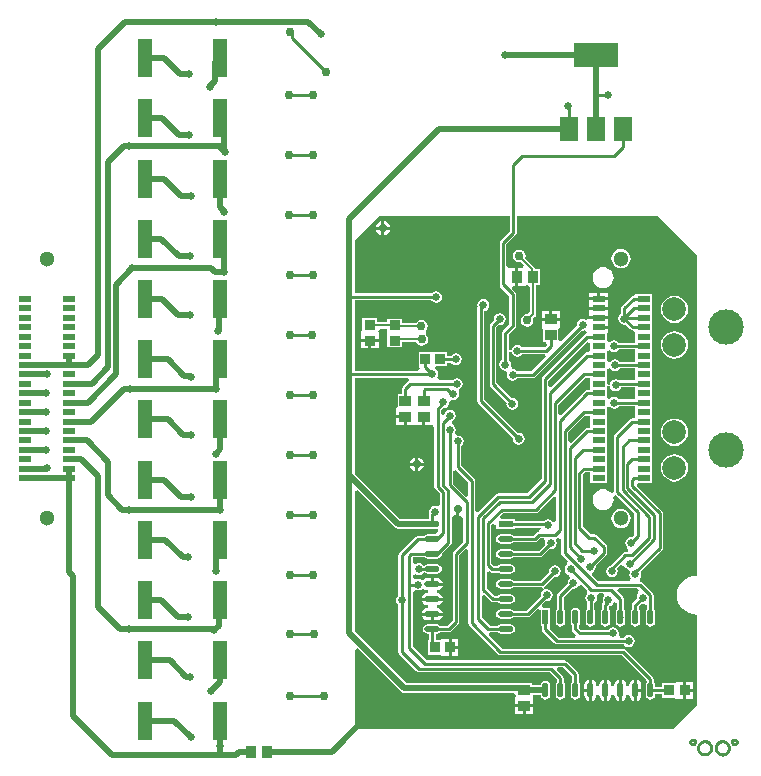
<source format=gbl>
%FSLAX23Y23*%
%MOIN*%
%SFA1B1*%

%IPPOS*%
%ADD15C,0.010000*%
%ADD18R,0.033470X0.037400*%
%ADD19R,0.037400X0.033470*%
%ADD21R,0.035430X0.039370*%
%ADD22R,0.039370X0.035430*%
%ADD43C,0.008000*%
%ADD44C,0.019680*%
%ADD45C,0.051180*%
%ADD46C,0.078740*%
%ADD47C,0.118110*%
%ADD48C,0.027560*%
%ADD49C,0.026810*%
%ADD50C,0.030000*%
%ADD51R,0.043310X0.019680*%
%ADD52R,0.149610X0.078740*%
%ADD53R,0.059060X0.078740*%
%ADD54O,0.019680X0.051180*%
%ADD55R,0.019680X0.051180*%
%ADD56O,0.051180X0.019680*%
%ADD57R,0.051180X0.019680*%
%ADD58R,0.049000X0.125000*%
%ADD59C,0.020000*%
%LNbms-1*%
%LPD*%
G36*
X2362Y1724D02*
Y655D01*
X2349Y654*
X2337Y650*
X2325Y644*
X2315Y636*
X2307Y626*
X2301Y615*
X2298Y603*
X2296Y590*
X2298Y577*
X2301Y565*
X2307Y554*
X2315Y544*
X2325Y536*
X2337Y530*
X2349Y526*
X2362Y525*
Y223*
X2284Y145*
X1223*
Y409*
X1232Y413*
X1377Y269*
X1382Y265*
X1388Y264*
X1754*
X1759Y254*
X1757Y250*
Y243*
Y227*
X1817*
Y243*
Y250*
X1818Y259*
X1842*
Y257*
X1843Y251*
X1846Y246*
X1852Y243*
X1858Y241*
X1864Y243*
X1869Y246*
X1873Y251*
X1874Y257*
Y289*
X1873Y295*
X1869Y300*
X1864Y304*
X1858Y305*
X1852Y304*
X1846Y300*
X1843Y295*
X1842Y291*
X1813*
Y299*
X1761*
Y296*
X1395*
X1223Y468*
Y936*
X1232Y940*
X1356Y816*
X1361Y813*
X1367Y811*
X1497*
X1499Y810*
X1499Y803*
X1499Y802*
X1491Y794*
X1465*
X1459Y792*
X1454Y789*
X1454Y789*
X1433*
X1429Y788*
X1426Y785*
X1371Y731*
X1369Y728*
X1368Y723*
Y589*
X1365Y587*
X1361Y581*
X1360Y573*
X1361Y566*
X1365Y559*
X1368Y557*
Y402*
X1369Y398*
X1371Y394*
X1428Y337*
X1432Y335*
X1436Y334*
X1871*
X1895Y310*
X1896Y300*
X1893Y295*
X1892Y289*
Y257*
X1893Y251*
X1896Y246*
X1902Y243*
X1908Y241*
X1914Y243*
X1919Y246*
X1923Y251*
X1924Y257*
Y289*
X1923Y295*
X1919Y300*
X1919Y301*
Y313*
X1918Y317*
X1916Y321*
X1895Y341*
X1899Y350*
X1918*
X1947Y322*
Y301*
X1946Y300*
X1943Y295*
X1942Y289*
Y257*
X1943Y251*
X1946Y246*
X1952Y243*
X1958Y241*
X1964Y243*
X1969Y246*
X1973Y251*
X1974Y257*
Y289*
X1973Y295*
X1969Y300*
X1969Y301*
Y326*
X1968Y330*
X1966Y334*
X1931Y369*
X1927Y372*
X1923Y373*
X1462*
X1415Y419*
Y602*
X1425Y608*
X1426Y607*
X1433Y606*
X1441Y607*
X1442Y608*
X1451Y613*
X1457Y609*
X1465Y607*
Y598*
X1457Y596*
X1451Y592*
X1446Y585*
X1446Y582*
X1481*
X1516*
X1515Y585*
X1511Y592*
X1504Y596*
X1497Y598*
Y607*
X1504Y609*
X1511Y613*
X1515Y620*
X1516Y622*
X1481*
Y627*
X1476*
Y648*
X1465*
X1457Y646*
X1451Y642*
X1441Y644*
X1433Y645*
X1426Y644*
X1425Y643*
X1417Y648*
X1416Y656*
X1416Y658*
X1425Y662*
X1429Y659*
X1436Y658*
X1444Y659*
X1450Y663*
X1454Y666*
X1459Y663*
X1465Y661*
X1497*
X1503Y663*
X1508Y666*
X1512Y671*
X1513Y677*
X1512Y684*
X1508Y689*
X1503Y692*
X1497Y694*
X1465*
X1459Y692*
X1454Y689*
X1450Y691*
X1444Y696*
X1436Y697*
X1429Y696*
X1425Y693*
X1416Y697*
X1415Y698*
Y716*
X1454*
X1454Y716*
X1459Y713*
X1465Y711*
X1497*
X1503Y713*
X1508Y716*
X1512Y721*
X1513Y727*
X1513Y728*
X1541Y756*
X1544Y760*
X1545Y764*
Y851*
X1555Y857*
X1557Y855*
X1561Y855*
Y878*
X1571*
Y855*
X1574Y855*
X1576Y855*
X1584Y849*
Y769*
X1552Y737*
X1550Y733*
X1549Y729*
Y506*
X1531Y489*
X1508*
X1508Y489*
X1503Y492*
X1497Y494*
X1465*
X1459Y492*
X1454Y489*
X1450Y484*
X1449Y477*
X1450Y471*
X1454Y466*
X1459Y463*
X1465Y461*
X1470*
Y441*
X1466*
Y391*
X1505*
X1513Y387*
X1520*
X1535*
Y416*
Y445*
X1520*
X1513*
X1505Y441*
X1492*
Y461*
X1497*
X1503Y463*
X1508Y466*
X1508Y466*
X1536*
X1540Y467*
X1544Y470*
X1568Y493*
X1570Y497*
X1571Y501*
Y724*
X1592Y745*
X1601Y741*
Y497*
X1602Y492*
X1605Y489*
X1700Y393*
X1704Y391*
X1708Y390*
X2112*
X2193Y309*
X2196Y300*
X2193Y295*
X2192Y289*
Y257*
X2193Y251*
X2196Y246*
X2202Y243*
X2208Y241*
X2214Y243*
X2219Y246*
X2223Y251*
X2224Y257*
Y262*
X2248*
Y248*
X2287*
X2296Y244*
X2302*
X2317*
Y273*
Y302*
X2302*
X2296*
X2287Y298*
X2248*
Y284*
X2224*
Y289*
X2223Y295*
X2219Y300*
X2219Y301*
Y310*
X2218Y314*
X2216Y318*
X2125Y409*
X2121Y411*
X2117Y412*
X2117*
X1713*
X1669Y456*
X1673Y466*
X1698*
X1698Y466*
X1703Y463*
X1709Y461*
X1741*
X1747Y463*
X1752Y466*
X1756Y471*
X1757Y477*
X1756Y484*
X1752Y489*
X1747Y492*
X1741Y494*
X1709*
X1703Y492*
X1698Y489*
X1698Y489*
X1672*
X1645Y516*
Y587*
X1654Y591*
X1675Y570*
X1679Y567*
X1683Y566*
X1698*
X1698Y566*
X1703Y563*
X1709Y561*
X1741*
X1747Y563*
X1752Y566*
X1756Y571*
X1757Y577*
X1756Y584*
X1752Y589*
X1747Y592*
X1741Y594*
X1709*
X1703Y592*
X1698Y589*
X1698Y589*
X1688*
X1662Y614*
Y666*
X1672Y670*
X1673Y669*
X1676Y666*
X1681Y665*
X1699*
X1703Y663*
X1709Y661*
X1741*
X1747Y663*
X1752Y666*
X1756Y671*
X1757Y677*
X1756Y684*
X1752Y689*
X1747Y692*
X1741Y694*
X1709*
X1703Y692*
X1698Y689*
X1697Y688*
X1685*
X1678Y695*
Y824*
X1683Y828*
X1693Y823*
Y812*
X1756*
Y814*
X1841*
X1842Y813*
X1838Y805*
X1836Y803*
X1833Y802*
X1829Y800*
X1818Y789*
X1752*
X1752Y789*
X1747Y792*
X1741Y794*
X1709*
X1703Y792*
X1698Y789*
X1694Y784*
X1693Y777*
X1694Y771*
X1698Y766*
X1703Y763*
X1709Y761*
X1741*
X1747Y763*
X1752Y766*
X1752Y766*
X1823*
X1827Y767*
X1831Y770*
X1842Y781*
X1852*
X1858Y771*
X1857Y770*
X1856Y763*
X1856Y759*
X1836Y739*
X1752*
X1752Y739*
X1747Y742*
X1741Y744*
X1709*
X1703Y742*
X1698Y739*
X1694Y734*
X1693Y727*
X1694Y721*
X1698Y716*
X1703Y713*
X1709Y711*
X1741*
X1747Y713*
X1752Y716*
X1752Y716*
X1840*
X1845Y717*
X1848Y720*
X1872Y743*
X1875Y743*
X1883Y744*
X1889Y749*
X1894Y755*
X1895Y763*
X1894Y770*
X1894Y770*
X1896Y780*
X1901Y782*
X1911Y776*
Y732*
X1911Y727*
X1914Y724*
X1933Y704*
X1931Y693*
X1928Y691*
X1923Y684*
X1922Y677*
X1923Y669*
X1928Y663*
X1934Y658*
X1938Y658*
X1940Y647*
X1937Y645*
X1933Y639*
X1932Y631*
X1932Y628*
X1900Y596*
X1897Y592*
X1897Y588*
Y545*
X1896Y544*
X1893Y539*
X1892Y533*
Y501*
X1893Y495*
X1896Y490*
X1902Y487*
X1908Y485*
X1914Y487*
X1919Y490*
X1923Y495*
X1924Y501*
Y533*
X1923Y539*
X1919Y544*
X1919Y545*
Y583*
X1948Y612*
X1951Y612*
X1959Y613*
X1965Y617*
X1968Y621*
X1979Y623*
X1996Y606*
X1996Y594*
X1992Y588*
X1991Y580*
X1992Y573*
X1996Y566*
X1998Y565*
Y545*
X1996Y544*
X1993Y539*
X1992Y533*
Y501*
X1993Y495*
X1996Y490*
X2002Y487*
X2008Y485*
X2014Y487*
X2019Y490*
X2023Y495*
X2024Y501*
Y533*
X2023Y539*
X2020Y543*
Y564*
X2024Y566*
X2029Y573*
X2030Y580*
X2029Y587*
X2030Y589*
X2035Y597*
X2050*
X2053Y590*
X2054Y587*
X2050Y581*
X2049Y573*
X2050Y566*
X2050Y566*
X2047Y562*
X2047Y558*
Y545*
X2046Y544*
X2043Y539*
X2042Y533*
Y501*
X2043Y495*
X2046Y490*
X2052Y487*
X2058Y485*
X2064Y487*
X2069Y490*
X2073Y495*
X2074Y501*
Y533*
X2073Y539*
X2069Y544*
X2071Y554*
X2076Y555*
X2082Y559*
X2087Y566*
X2097Y564*
Y545*
X2096Y544*
X2093Y539*
X2092Y533*
Y501*
X2093Y495*
X2096Y490*
X2102Y487*
X2108Y485*
X2114Y487*
X2119Y490*
X2123Y495*
X2124Y501*
Y533*
X2123Y539*
X2119Y544*
X2119Y545*
Y578*
X2118Y583*
X2116Y586*
X2098Y604*
X2102Y613*
X2164*
X2169Y607*
X2168Y596*
X2163Y590*
X2162Y582*
X2163Y578*
X2151Y566*
X2148Y562*
X2147Y558*
Y545*
X2146Y544*
X2143Y539*
X2142Y533*
Y501*
X2143Y495*
X2146Y490*
X2152Y487*
X2158Y485*
X2164Y487*
X2169Y490*
X2173Y495*
X2174Y501*
Y533*
X2173Y539*
X2170Y544*
Y553*
X2179Y563*
X2182Y562*
X2187Y563*
X2194Y559*
X2197Y557*
Y545*
X2196Y544*
X2193Y539*
X2192Y533*
Y501*
X2193Y495*
X2196Y490*
X2202Y487*
X2208Y485*
X2214Y487*
X2219Y490*
X2223Y495*
X2224Y501*
Y533*
X2223Y539*
X2219Y544*
X2219Y545*
Y591*
X2218Y595*
X2216Y598*
X2182Y632*
X2178Y635*
X2174Y636*
X2173Y637*
X2172Y646*
X2172Y646*
X2176Y652*
X2178Y660*
X2176Y668*
X2176Y669*
X2247Y740*
X2249Y743*
X2250Y748*
Y864*
X2249Y868*
X2247Y872*
X2164Y954*
X2168Y964*
X2212*
Y995*
Y1027*
Y1058*
Y1090*
Y1121*
Y1153*
Y1184*
Y1216*
Y1247*
Y1279*
Y1310*
Y1342*
Y1373*
Y1405*
Y1436*
Y1468*
Y1499*
Y1531*
Y1562*
Y1594*
X2157*
X2149Y1589*
X2148Y1589*
X2145Y1586*
X2113Y1554*
X2110Y1550*
X2109Y1546*
Y1528*
X2107Y1526*
X2102Y1520*
X2101Y1512*
X2102Y1505*
X2107Y1498*
X2113Y1494*
X2121Y1492*
X2124Y1493*
X2141Y1476*
X2145Y1473*
X2149Y1473*
X2157Y1467*
Y1432*
X2103*
X2101Y1435*
X2095Y1439*
X2087Y1441*
X2080Y1439*
X2073Y1435*
X2073Y1434*
X2063Y1436*
X2063Y1437*
Y1464*
X2067*
Y1479*
X2035*
Y1489*
X2067*
Y1495*
Y1510*
X1998*
X1993Y1508*
X1990Y1510*
X1983Y1511*
X1975Y1510*
X1969Y1506*
X1964Y1499*
X1963Y1492*
X1964Y1488*
X1911Y1436*
X1901Y1440*
Y1474*
X1905Y1483*
Y1489*
Y1505*
X1875*
X1846*
Y1489*
Y1483*
X1850Y1474*
Y1433*
X1860*
X1862Y1423*
X1855Y1416*
X1780*
X1778Y1419*
X1772Y1423*
X1764Y1425*
X1757Y1423*
X1750Y1419*
X1746Y1413*
X1745Y1408*
X1735Y1409*
Y1459*
X1756Y1481*
X1759Y1484*
X1760Y1489*
Y1594*
X1759Y1598*
X1756Y1602*
X1746Y1612*
X1750Y1621*
X1757*
Y1651*
Y1681*
X1735*
X1727Y1687*
Y1760*
X1758Y1791*
X1761Y1794*
X1762Y1799*
Y1853*
X2233*
X2362Y1724*
G37*
G36*
X1739Y1803D02*
X1708Y1772D01*
X1706Y1769*
X1705Y1764*
Y1626*
X1706Y1622*
X1708Y1619*
X1737Y1589*
Y1493*
X1716Y1472*
X1714Y1468*
X1713Y1464*
Y1375*
X1710Y1373*
X1706Y1366*
X1704Y1359*
X1706Y1351*
X1710Y1345*
X1716Y1340*
X1723Y1339*
X1725Y1337*
X1730Y1330*
X1729Y1324*
X1730Y1317*
X1735Y1310*
X1741Y1306*
X1749Y1305*
X1756Y1306*
X1763Y1310*
X1764Y1313*
X1815*
X1820Y1314*
X1823Y1316*
X1980Y1472*
X1983Y1472*
X1990Y1473*
X1993Y1470*
X1995Y1468*
X1994Y1463*
X1990Y1460*
X1848Y1318*
X1845Y1314*
X1845Y1310*
Y977*
X1798Y930*
X1701*
X1697Y929*
X1693Y927*
X1634Y867*
X1624Y871*
Y879*
Y972*
Y972*
X1623Y976*
X1621Y980*
X1577Y1023*
Y1087*
X1580Y1089*
X1584Y1095*
X1586Y1103*
X1584Y1110*
X1580Y1117*
X1573Y1121*
X1566Y1123*
X1562Y1122*
X1556Y1131*
X1558Y1134*
X1560Y1142*
X1558Y1149*
X1554Y1156*
X1547Y1160*
X1546Y1160*
Y1170*
X1547Y1171*
X1554Y1175*
X1558Y1181*
X1560Y1189*
X1558Y1197*
X1554Y1203*
X1547Y1207*
X1540Y1209*
X1532Y1207*
X1526Y1203*
X1522Y1197*
X1521Y1192*
X1511Y1193*
Y1207*
X1518Y1214*
X1518Y1214*
X1525Y1215*
X1532Y1220*
X1536Y1226*
X1537Y1234*
X1537Y1234*
X1539Y1236*
X1546Y1241*
X1551Y1241*
X1558Y1242*
X1565Y1246*
X1569Y1253*
X1570Y1260*
X1569Y1268*
X1570Y1276*
X1577Y1280*
X1581Y1286*
X1582Y1294*
X1581Y1301*
X1577Y1308*
X1570Y1312*
X1563Y1314*
X1555Y1312*
X1549Y1308*
X1548Y1306*
X1503*
X1498Y1316*
X1499Y1319*
X1501Y1326*
X1499Y1334*
X1495Y1340*
X1491Y1343*
X1494Y1353*
X1531*
Y1365*
X1544*
X1546Y1362*
X1552Y1358*
X1560Y1357*
X1567Y1358*
X1574Y1362*
X1578Y1369*
X1579Y1376*
X1578Y1384*
X1574Y1390*
X1567Y1395*
X1560Y1396*
X1552Y1395*
X1546Y1390*
X1544Y1388*
X1531*
Y1402*
X1490*
X1483*
X1476*
X1435*
Y1353*
X1437*
X1438Y1352*
X1440Y1347*
X1433Y1337*
X1223*
Y1574*
X1478*
X1480Y1570*
X1486Y1566*
X1494Y1564*
X1502Y1566*
X1508Y1570*
X1512Y1576*
X1514Y1584*
X1512Y1592*
X1508Y1598*
X1502Y1602*
X1494Y1604*
X1486Y1602*
X1480Y1598*
X1479Y1596*
X1223*
Y1773*
X1303Y1853*
X1739*
Y1803*
G37*
G36*
X2157Y1369D02*
X2104D01*
X2103Y1371*
X2097Y1375*
X2089Y1377*
X2082Y1375*
X2075Y1371*
X2073Y1367*
X2063Y1370*
Y1405*
X2063Y1405*
X2073Y1408*
X2073Y1407*
X2080Y1402*
X2087Y1401*
X2095Y1402*
X2101Y1407*
X2103Y1410*
X2157*
Y1369*
G37*
G36*
Y1306D02*
X2103D01*
X2100Y1308*
X2092Y1310*
X2084Y1308*
X2078Y1304*
X2074Y1297*
X2073Y1292*
X2063Y1293*
Y1343*
X2073Y1347*
X2075Y1343*
X2082Y1339*
X2089Y1337*
X2097Y1339*
X2103Y1343*
X2106Y1347*
X2157*
Y1306*
G37*
G36*
X1746Y1397D02*
X1750Y1391D01*
X1757Y1387*
X1764Y1385*
X1772Y1387*
X1778Y1391*
X1780Y1394*
X1855*
X1859Y1384*
X1811Y1336*
X1764*
X1763Y1338*
X1756Y1343*
X1749Y1344*
X1747Y1346*
X1743Y1353*
X1744Y1359*
X1742Y1366*
X1738Y1373*
X1735Y1375*
Y1401*
X1745Y1402*
X1746Y1397*
G37*
G36*
X2007Y1431D02*
Y1403D01*
X1998Y1400*
X1994Y1400*
X1990Y1397*
X1876Y1283*
X1867Y1287*
Y1305*
X1997Y1435*
X2007Y1431*
G37*
G36*
X2074Y1282D02*
X2078Y1276D01*
X2084Y1272*
X2092Y1270*
X2100Y1272*
X2106Y1276*
X2110Y1282*
X2111Y1284*
X2157*
Y1243*
X2103*
X2101Y1246*
X2095Y1250*
X2087Y1252*
X2080Y1250*
X2073Y1246*
X2073Y1245*
X2063Y1247*
X2063Y1248*
Y1287*
X2073Y1288*
X2074Y1282*
G37*
G36*
X2157Y1180D02*
X2148D01*
X2144Y1179*
X2140Y1177*
X2090Y1127*
X2088Y1123*
X2087Y1119*
Y935*
X2086Y934*
X2076Y932*
X2075Y934*
X2068Y939*
X2060Y943*
X2051Y944*
X2042Y943*
X2033Y939*
X2026Y934*
X2021Y926*
X2017Y918*
X2016Y909*
X2017Y900*
X2021Y892*
X2026Y884*
X2033Y879*
X2042Y875*
X2051Y874*
X2060Y875*
X2068Y879*
X2075Y884*
X2081Y892*
X2084Y900*
X2086Y909*
X2084Y918*
X2084Y918*
X2093Y924*
X2154Y863*
Y791*
X2146Y783*
X2143Y784*
X2136Y783*
X2129Y778*
X2125Y772*
X2123Y764*
X2125Y757*
X2129Y750*
X2130Y750*
X2133Y737*
X2133Y737*
X2131Y734*
X2124*
X2120Y733*
X2116Y731*
X2074Y688*
X2073Y688*
X2066Y684*
X2062Y677*
X2060Y670*
X2062Y662*
X2066Y656*
X2073Y652*
X2080Y650*
X2088Y652*
X2094Y656*
X2098Y662*
X2100Y670*
X2098Y677*
X2097Y680*
X2110Y692*
X2121Y689*
X2121Y687*
X2125Y680*
X2132Y676*
X2133Y676*
X2139Y668*
X2139Y665*
X2138Y660*
X2140Y652*
X2144Y646*
X2144Y646*
X2141Y636*
X2034*
X2013Y656*
X2013Y659*
X2016Y668*
X2019Y671*
X2024Y677*
X2025Y685*
X2025Y688*
X2060Y723*
X2062Y727*
X2063Y731*
Y751*
X2062Y756*
X2060Y759*
X2029Y790*
X2025Y792*
X2021Y793*
X2009*
X1982Y820*
Y991*
X1991Y1000*
X2007*
Y964*
X2063*
Y995*
Y1027*
Y1058*
Y1090*
Y1121*
Y1153*
Y1184*
Y1216*
X2063Y1216*
X2073Y1219*
X2073Y1218*
X2080Y1214*
X2087Y1212*
X2095Y1214*
X2101Y1218*
X2103Y1221*
X2157*
Y1180*
G37*
G36*
X2007Y1274D02*
X1998D01*
X1994Y1274*
X1990Y1271*
X1909Y1190*
X1900Y1194*
Y1225*
X1990Y1315*
X2007*
Y1274*
G37*
G36*
Y1149D02*
X1997D01*
X1992Y1148*
X1989Y1145*
X1942Y1099*
X1933Y1103*
Y1133*
X1989Y1189*
X2007*
Y1149*
G37*
G36*
X1601Y967D02*
Y923D01*
X1592Y919*
X1551Y960*
Y1003*
X1561Y1007*
X1601Y967*
G37*
G36*
X1403Y1306D02*
X1403Y1305D01*
X1400Y1303*
X1382Y1285*
X1380Y1282*
X1379Y1278*
Y1261*
X1365*
Y1221*
X1361Y1212*
Y1206*
Y1190*
X1390*
Y1185*
X1395*
Y1157*
X1413*
X1423*
X1430*
X1447*
Y1185*
X1457*
Y1157*
X1478*
X1482*
X1488Y1149*
Y951*
X1489Y947*
X1492Y943*
X1506Y928*
Y891*
X1496Y886*
X1496Y886*
X1489Y887*
X1481Y886*
X1475Y882*
X1470Y875*
X1469Y868*
X1470Y862*
X1470Y860*
Y844*
X1374*
X1223Y994*
Y1315*
X1399*
X1403Y1306*
G37*
G36*
X1894Y916D02*
Y837D01*
X1884Y834*
X1881Y838*
X1875Y842*
X1867Y843*
X1860Y842*
X1853Y838*
X1853Y837*
X1756*
Y843*
X1709*
X1706Y853*
X1717Y864*
X1825*
X1829Y865*
X1833Y868*
X1885Y919*
X1894Y916*
G37*
%LNbms-2*%
%LPC*%
G36*
X1770Y1742D02*
X1762Y1741D01*
X1755Y1736*
X1750Y1729*
X1749Y1721*
X1750Y1713*
X1755Y1706*
X1762Y1701*
X1770Y1700*
X1776Y1701*
X1786Y1691*
X1782Y1681*
X1767*
Y1651*
Y1621*
X1783*
X1790*
X1795Y1624*
X1804Y1620*
X1805Y1619*
Y1536*
X1797Y1528*
X1789Y1526*
X1782Y1522*
X1777Y1515*
X1775Y1506*
X1777Y1498*
X1782Y1491*
X1789Y1487*
X1797Y1485*
X1805Y1487*
X1812Y1491*
X1817Y1498*
X1818Y1506*
X1817Y1513*
X1823Y1519*
X1825Y1522*
X1826Y1526*
Y1625*
X1839*
Y1677*
X1823*
Y1678*
X1822Y1682*
X1820Y1685*
X1790Y1715*
X1792Y1721*
X1790Y1729*
X1785Y1736*
X1778Y1741*
X1770Y1742*
G37*
G36*
X2110Y1744D02*
X2101Y1743D01*
X2094Y1740*
X2087Y1735*
X2082Y1728*
X2079Y1720*
X2078Y1712*
X2079Y1704*
X2082Y1696*
X2087Y1690*
X2094Y1685*
X2101Y1681*
X2110Y1680*
X2118Y1681*
X2126Y1685*
X2132Y1690*
X2137Y1696*
X2141Y1704*
X2142Y1712*
X2141Y1720*
X2137Y1728*
X2132Y1735*
X2126Y1740*
X2118Y1743*
X2110Y1744*
G37*
G36*
X2051Y1684D02*
X2042Y1683D01*
X2033Y1679*
X2026Y1674*
X2021Y1667*
X2017Y1658*
X2016Y1649*
X2017Y1640*
X2021Y1632*
X2026Y1624*
X2033Y1619*
X2042Y1615*
X2051Y1614*
X2060Y1615*
X2068Y1619*
X2075Y1624*
X2081Y1632*
X2084Y1640*
X2086Y1649*
X2084Y1658*
X2081Y1667*
X2075Y1674*
X2068Y1679*
X2060Y1683*
X2051Y1684*
G37*
G36*
X2067Y1598D02*
X2040D01*
Y1583*
X2067*
Y1598*
G37*
G36*
X2030D02*
X2003D01*
Y1583*
X2030*
Y1598*
G37*
G36*
X2067Y1573D02*
X2003D01*
Y1558*
Y1552*
X2067*
Y1558*
Y1573*
G37*
G36*
Y1542D02*
X2003D01*
Y1520*
X2067*
Y1527*
Y1542*
G37*
G36*
X1905Y1538D02*
X1880D01*
Y1515*
X1905*
Y1538*
G37*
G36*
X1870D02*
X1846D01*
Y1515*
X1870*
Y1538*
G37*
G36*
X2288Y1589D02*
X2277Y1587D01*
X2266Y1582*
X2256Y1575*
X2249Y1566*
X2244Y1555*
X2243Y1543*
X2244Y1531*
X2249Y1520*
X2256Y1510*
X2266Y1503*
X2277Y1499*
X2288Y1497*
X2300Y1499*
X2311Y1503*
X2321Y1510*
X2328Y1520*
X2333Y1531*
X2334Y1543*
X2333Y1555*
X2328Y1566*
X2321Y1575*
X2311Y1582*
X2300Y1587*
X2288Y1589*
G37*
G36*
Y1470D02*
X2277Y1469D01*
X2266Y1464*
X2256Y1457*
X2249Y1448*
X2244Y1437*
X2243Y1425*
X2244Y1413*
X2249Y1402*
X2256Y1392*
X2266Y1385*
X2277Y1381*
X2288Y1379*
X2300Y1381*
X2311Y1385*
X2321Y1392*
X2328Y1402*
X2333Y1413*
X2334Y1425*
X2333Y1437*
X2328Y1448*
X2321Y1457*
X2311Y1464*
X2300Y1469*
X2288Y1470*
G37*
G36*
Y1179D02*
X2277Y1178D01*
X2266Y1173*
X2256Y1166*
X2249Y1156*
X2244Y1145*
X2243Y1133*
X2244Y1122*
X2249Y1110*
X2256Y1101*
X2266Y1094*
X2277Y1089*
X2288Y1088*
X2300Y1089*
X2311Y1094*
X2321Y1101*
X2328Y1110*
X2333Y1122*
X2334Y1133*
X2333Y1145*
X2328Y1156*
X2321Y1166*
X2311Y1173*
X2300Y1178*
X2288Y1179*
G37*
G36*
Y1061D02*
X2277Y1059D01*
X2266Y1055*
X2256Y1048*
X2249Y1038*
X2244Y1027*
X2243Y1015*
X2244Y1003*
X2249Y992*
X2256Y983*
X2266Y976*
X2277Y971*
X2288Y969*
X2300Y971*
X2311Y976*
X2321Y983*
X2328Y992*
X2333Y1003*
X2334Y1015*
X2333Y1027*
X2328Y1038*
X2321Y1048*
X2311Y1055*
X2300Y1059*
X2288Y1061*
G37*
G36*
X1889Y690D02*
X1881Y688D01*
X1875Y684*
X1871Y677*
X1869Y670*
X1870Y667*
X1842Y639*
X1752*
X1752Y639*
X1747Y642*
X1741Y644*
X1709*
X1703Y642*
X1698Y639*
X1694Y634*
X1693Y627*
X1694Y621*
X1698Y616*
X1703Y613*
X1709Y611*
X1741*
X1747Y613*
X1752Y616*
X1752Y616*
X1844*
X1847*
X1848Y616*
X1852Y607*
X1848Y605*
X1843Y598*
X1842Y591*
X1843Y587*
X1794Y539*
X1752*
X1752Y539*
X1747Y542*
X1741Y544*
X1709*
X1703Y542*
X1698Y539*
X1694Y534*
X1693Y527*
X1694Y521*
X1698Y516*
X1703Y513*
X1709Y511*
X1741*
X1747Y513*
X1752Y516*
X1752Y516*
X1799*
X1803Y517*
X1807Y520*
X1832Y545*
X1842Y541*
Y486*
X1847*
Y476*
X1847Y472*
X1850Y468*
X1888Y430*
X1892Y427*
X1896Y426*
X2119*
X2121Y424*
X2128Y419*
X2135Y418*
X2143Y419*
X2149Y424*
X2154Y430*
X2155Y437*
X2154Y445*
X2149Y451*
X2143Y456*
X2135Y457*
X2128Y456*
X2121Y451*
X2119Y449*
X2109*
X2107Y451*
X2102Y459*
X2103Y463*
X2101Y471*
X2097Y477*
X2091Y481*
X2083Y483*
X2076Y481*
X2069Y477*
X2067Y474*
X1977*
X1970Y481*
Y491*
X1973Y495*
X1974Y501*
Y533*
X1973Y539*
X1969Y544*
X1964Y548*
X1958Y549*
X1952Y548*
X1946Y544*
X1943Y539*
X1942Y533*
Y501*
X1943Y495*
X1946Y490*
X1947Y489*
Y477*
X1948Y472*
X1950Y469*
X1960Y459*
X1956Y449*
X1901*
X1874Y476*
X1874Y486*
Y549*
X1850*
X1846Y559*
X1858Y571*
X1862Y571*
X1869Y572*
X1876Y577*
X1880Y583*
X1882Y591*
X1880Y598*
X1876Y605*
X1869Y609*
X1862Y610*
X1858Y609*
X1854Y618*
X1855Y620*
X1856Y621*
X1886Y651*
X1889Y650*
X1897Y652*
X1903Y656*
X1907Y662*
X1909Y670*
X1907Y677*
X1903Y684*
X1897Y688*
X1889Y690*
G37*
G36*
X1497Y648D02*
X1486D01*
Y632*
X1516*
X1515Y635*
X1511Y642*
X1504Y646*
X1497Y648*
G37*
G36*
X1516Y572D02*
X1481D01*
X1446*
X1446Y570*
X1451Y563*
X1457Y559*
X1465Y557*
Y548*
X1457Y546*
X1451Y542*
X1446Y535*
X1446Y532*
X1481*
X1516*
X1515Y535*
X1511Y542*
X1504Y546*
X1497Y548*
Y557*
X1504Y559*
X1511Y563*
X1515Y570*
X1516Y572*
G37*
G36*
Y522D02*
X1486D01*
Y507*
X1497*
X1504Y509*
X1511Y513*
X1515Y520*
X1516Y522*
G37*
G36*
X1476D02*
X1446D01*
X1446Y520*
X1451Y513*
X1457Y509*
X1465Y507*
X1476*
Y522*
G37*
G36*
X1545Y445D02*
Y421D01*
X1567*
Y445*
X1545*
G37*
G36*
X1567Y411D02*
X1545D01*
Y387*
X1567*
Y411*
G37*
G36*
X2163Y308D02*
Y278D01*
X2178*
Y289*
X2176Y297*
X2172Y303*
X2166Y308*
X2163Y308*
G37*
G36*
X2003D02*
X2000Y308D01*
X1993Y303*
X1989Y297*
X1988Y289*
Y278*
X2003*
Y308*
G37*
G36*
X2327Y302D02*
Y278D01*
X2349*
Y302*
X2327*
G37*
G36*
X2349Y268D02*
X2327D01*
Y244*
X2349*
Y268*
G37*
G36*
X2113Y308D02*
Y273D01*
Y238*
X2116Y239*
X2122Y243*
X2126Y250*
X2128Y257*
X2138*
X2139Y250*
X2143Y243*
X2150Y239*
X2153Y238*
Y273*
Y308*
X2150Y308*
X2143Y303*
X2139Y297*
X2138Y289*
X2128*
X2126Y297*
X2122Y303*
X2116Y308*
X2113Y308*
G37*
G36*
X2063D02*
Y273D01*
Y238*
X2066Y239*
X2072Y243*
X2076Y250*
X2078Y257*
X2088*
X2089Y250*
X2093Y243*
X2100Y239*
X2103Y238*
Y273*
Y308*
X2100Y308*
X2093Y303*
X2089Y297*
X2088Y289*
X2078*
X2076Y297*
X2072Y303*
X2066Y308*
X2063Y308*
G37*
G36*
X2013D02*
Y273D01*
Y238*
X2016Y239*
X2022Y243*
X2026Y250*
X2028Y257*
X2038*
X2039Y250*
X2043Y243*
X2050Y239*
X2053Y238*
Y273*
Y308*
X2050Y308*
X2043Y303*
X2039Y297*
X2038Y289*
X2028*
X2026Y297*
X2022Y303*
X2016Y308*
X2013Y308*
G37*
G36*
X2003Y268D02*
X1988D01*
Y257*
X1989Y250*
X1993Y243*
X2000Y239*
X2003Y238*
Y268*
G37*
G36*
X2178D02*
X2163D01*
Y238*
X2166Y239*
X2172Y243*
X2176Y250*
X2178Y257*
Y268*
G37*
G36*
X1817Y217D02*
X1792D01*
Y194*
X1817*
Y217*
G37*
G36*
X1782D02*
X1757D01*
Y194*
X1782*
Y217*
G37*
G36*
X1321Y1838D02*
Y1819D01*
X1340*
X1339Y1824*
X1334Y1832*
X1326Y1837*
X1321Y1838*
G37*
G36*
X1311D02*
X1307Y1837D01*
X1299Y1832*
X1294Y1824*
X1293Y1819*
X1311*
Y1838*
G37*
G36*
X1340Y1809D02*
X1321D01*
Y1791*
X1326Y1792*
X1334Y1797*
X1339Y1805*
X1340Y1809*
G37*
G36*
X1311D02*
X1293D01*
X1294Y1805*
X1299Y1797*
X1307Y1792*
X1311Y1791*
Y1809*
G37*
G36*
X1705Y1530D02*
X1698Y1529D01*
X1691Y1524*
X1687Y1518*
X1685Y1510*
X1686Y1507*
X1675Y1496*
X1673Y1493*
X1672Y1488*
Y1293*
X1673Y1289*
X1675Y1285*
X1729Y1231*
X1728Y1228*
X1730Y1220*
X1734Y1214*
X1741Y1210*
X1748Y1208*
X1756Y1210*
X1762Y1214*
X1766Y1220*
X1768Y1228*
X1766Y1235*
X1762Y1242*
X1756Y1246*
X1748Y1248*
X1745Y1247*
X1694Y1298*
Y1484*
X1702Y1491*
X1705Y1491*
X1713Y1492*
X1719Y1496*
X1724Y1503*
X1725Y1510*
X1724Y1518*
X1719Y1524*
X1713Y1529*
X1705Y1530*
G37*
G36*
X1298Y1513D02*
X1248D01*
Y1475*
X1244Y1466*
Y1460*
Y1444*
X1273*
X1302*
Y1460*
Y1466*
X1300Y1469*
X1306Y1479*
X1331*
Y1467*
Y1461*
Y1416*
X1381*
Y1433*
X1427*
X1430Y1428*
X1437Y1424*
X1445Y1422*
X1454Y1424*
X1461Y1428*
X1465Y1435*
X1467Y1443*
X1465Y1452*
X1461Y1459*
X1460Y1459*
X1460Y1471*
X1464Y1478*
X1466Y1486*
X1464Y1494*
X1460Y1501*
X1453Y1506*
X1444Y1507*
X1436Y1506*
X1429Y1501*
X1426Y1496*
X1381*
Y1512*
X1331*
Y1500*
X1298*
Y1513*
G37*
G36*
X1302Y1434D02*
X1278D01*
Y1413*
X1302*
Y1434*
G37*
G36*
X1268D02*
X1244D01*
Y1413*
X1268*
Y1434*
G37*
G36*
X1651Y1577D02*
X1644Y1576D01*
X1637Y1572*
X1633Y1565*
X1631Y1558*
X1632Y1553*
X1632Y1553*
X1631Y1549*
Y1239*
X1632Y1234*
X1634Y1231*
X1750Y1115*
X1749Y1112*
X1751Y1104*
X1755Y1098*
X1761Y1093*
X1769Y1092*
X1777Y1093*
X1783Y1098*
X1787Y1104*
X1789Y1112*
X1787Y1119*
X1783Y1126*
X1777Y1130*
X1769Y1131*
X1766Y1131*
X1653Y1243*
Y1538*
X1659Y1539*
X1665Y1544*
X1669Y1550*
X1671Y1558*
X1669Y1565*
X1665Y1572*
X1659Y1576*
X1651Y1577*
G37*
G36*
X2110Y878D02*
X2101Y877D01*
X2094Y874*
X2087Y868*
X2082Y862*
X2079Y854*
X2078Y846*
X2079Y838*
X2082Y830*
X2087Y823*
X2094Y818*
X2101Y815*
X2110Y814*
X2118Y815*
X2126Y818*
X2132Y823*
X2137Y830*
X2141Y838*
X2142Y846*
X2141Y854*
X2137Y862*
X2132Y868*
X2126Y874*
X2118Y877*
X2110Y878*
G37*
G36*
X1385Y1180D02*
X1361D01*
Y1157*
X1385*
Y1180*
G37*
G36*
X1434Y1050D02*
Y1032D01*
X1452*
X1451Y1036*
X1446Y1044*
X1438Y1049*
X1434Y1050*
G37*
G36*
X1424D02*
X1419Y1049D01*
X1412Y1044*
X1406Y1036*
X1406Y1032*
X1424*
Y1050*
G37*
G36*
X1452Y1022D02*
X1434D01*
Y1004*
X1438Y1005*
X1446Y1010*
X1451Y1018*
X1452Y1022*
G37*
G36*
X1424D02*
X1406D01*
X1406Y1018*
X1412Y1010*
X1419Y1005*
X1424Y1004*
Y1022*
G37*
%LNbms-3*%
%LPD*%
G54D15*
X2357Y101D02*
D01*
X2357Y102*
X2357Y102*
X2357Y103*
X2357Y103*
X2357Y104*
X2356Y104*
X2356Y105*
X2356Y105*
X2356Y106*
X2355Y106*
X2355Y107*
X2354Y107*
X2354Y107*
X2354Y108*
X2353Y108*
X2353Y108*
X2352Y108*
X2352Y109*
X2351Y109*
X2351Y109*
X2350Y109*
X2349Y109*
X2349*
X2348Y109*
X2348Y109*
X2347Y109*
X2347Y109*
X2346Y108*
X2346Y108*
X2345Y108*
X2345Y108*
X2344Y107*
X2344Y107*
X2344Y107*
X2343Y106*
X2343Y106*
X2342Y105*
X2342Y105*
X2342Y104*
X2342Y104*
X2342Y103*
X2341Y103*
X2341Y102*
X2341Y102*
X2341Y101*
X2341Y101*
X2341Y100*
X2341Y99*
X2342Y99*
X2342Y98*
X2342Y98*
X2342Y97*
X2342Y97*
X2343Y96*
X2343Y96*
X2344Y96*
X2344Y95*
X2344Y95*
X2345Y95*
X2345Y94*
X2346Y94*
X2346Y94*
X2347Y94*
X2347Y93*
X2348Y93*
X2348Y93*
X2349Y93*
X2349*
X2350Y93*
X2351Y93*
X2351Y93*
X2352Y94*
X2352Y94*
X2353Y94*
X2353Y94*
X2354Y95*
X2354Y95*
X2354Y95*
X2355Y96*
X2355Y96*
X2356Y96*
X2356Y97*
X2356Y97*
X2356Y98*
X2357Y98*
X2357Y99*
X2357Y99*
X2357Y100*
X2357Y101*
X2357Y101*
X2495D02*
D01*
X2495Y102*
X2495Y102*
X2495Y103*
X2495Y103*
X2494Y104*
X2494Y104*
X2494Y105*
X2494Y105*
X2493Y106*
X2493Y106*
X2493Y107*
X2492Y107*
X2492Y107*
X2491Y108*
X2491Y108*
X2490Y108*
X2490Y108*
X2489Y109*
X2489Y109*
X2488Y109*
X2488Y109*
X2487Y109*
X2487*
X2486Y109*
X2486Y109*
X2485Y109*
X2485Y109*
X2484Y108*
X2484Y108*
X2483Y108*
X2483Y108*
X2482Y107*
X2482Y107*
X2481Y107*
X2481Y106*
X2481Y106*
X2480Y105*
X2480Y105*
X2480Y104*
X2480Y104*
X2479Y103*
X2479Y103*
X2479Y102*
X2479Y102*
X2479Y101*
X2479Y101*
X2479Y100*
X2479Y99*
X2479Y99*
X2480Y98*
X2480Y98*
X2480Y97*
X2480Y97*
X2481Y96*
X2481Y96*
X2481Y96*
X2482Y95*
X2482Y95*
X2483Y95*
X2483Y94*
X2484Y94*
X2484Y94*
X2485Y94*
X2485Y93*
X2486Y93*
X2486Y93*
X2487Y93*
X2487*
X2488Y93*
X2488Y93*
X2489Y93*
X2489Y94*
X2490Y94*
X2490Y94*
X2491Y94*
X2491Y95*
X2492Y95*
X2492Y95*
X2493Y96*
X2493Y96*
X2493Y96*
X2494Y97*
X2494Y97*
X2494Y98*
X2494Y98*
X2495Y99*
X2495Y99*
X2495Y100*
X2495Y101*
X2495Y101*
X2470Y81D02*
D01*
X2469Y83*
X2469Y84*
X2469Y86*
X2469Y87*
X2468Y89*
X2468Y90*
X2467Y92*
X2466Y93*
X2465Y94*
X2464Y95*
X2463Y97*
X2462Y98*
X2461Y99*
X2460Y100*
X2459Y100*
X2457Y101*
X2456Y102*
X2454Y102*
X2453Y103*
X2451Y103*
X2450Y103*
X2448Y103*
X2447*
X2445Y103*
X2444Y103*
X2442Y103*
X2441Y102*
X2439Y102*
X2438Y101*
X2437Y100*
X2435Y100*
X2434Y99*
X2433Y98*
X2432Y97*
X2431Y95*
X2430Y94*
X2429Y93*
X2428Y92*
X2428Y90*
X2427Y89*
X2427Y87*
X2426Y86*
X2426Y84*
X2426Y83*
X2426Y81*
X2426Y80*
X2426Y78*
X2426Y77*
X2427Y75*
X2427Y74*
X2428Y72*
X2428Y71*
X2429Y70*
X2430Y69*
X2431Y67*
X2432Y66*
X2433Y65*
X2434Y64*
X2435Y63*
X2437Y62*
X2438Y62*
X2439Y61*
X2441Y61*
X2442Y60*
X2444Y60*
X2445Y60*
X2447Y59*
X2448*
X2450Y60*
X2451Y60*
X2453Y60*
X2454Y61*
X2456Y61*
X2457Y62*
X2459Y62*
X2460Y63*
X2461Y64*
X2462Y65*
X2463Y66*
X2464Y67*
X2465Y69*
X2466Y70*
X2467Y71*
X2468Y72*
X2468Y74*
X2469Y75*
X2469Y77*
X2469Y78*
X2469Y80*
X2470Y81*
X2410D02*
D01*
X2410Y83*
X2410Y84*
X2410Y86*
X2410Y87*
X2409Y89*
X2409Y90*
X2408Y92*
X2407Y93*
X2406Y94*
X2405Y95*
X2404Y97*
X2403Y98*
X2402Y99*
X2401Y100*
X2399Y100*
X2398Y101*
X2397Y102*
X2395Y102*
X2394Y103*
X2392Y103*
X2391Y103*
X2389Y103*
X2388*
X2386Y103*
X2385Y103*
X2383Y103*
X2382Y102*
X2380Y102*
X2379Y101*
X2378Y100*
X2376Y100*
X2375Y99*
X2374Y98*
X2373Y97*
X2372Y95*
X2371Y94*
X2370Y93*
X2369Y92*
X2369Y90*
X2368Y89*
X2367Y87*
X2367Y86*
X2367Y84*
X2367Y83*
X2367Y81*
X2367Y80*
X2367Y78*
X2367Y77*
X2367Y75*
X2368Y74*
X2369Y72*
X2369Y71*
X2370Y70*
X2371Y69*
X2372Y67*
X2373Y66*
X2374Y65*
X2375Y64*
X2376Y63*
X2378Y62*
X2379Y62*
X2380Y61*
X2382Y61*
X2383Y60*
X2385Y60*
X2386Y60*
X2388Y60*
X2389*
X2391Y60*
X2392Y60*
X2394Y60*
X2395Y61*
X2397Y61*
X2398Y62*
X2399Y62*
X2401Y63*
X2402Y64*
X2403Y65*
X2404Y66*
X2405Y67*
X2406Y69*
X2407Y70*
X2408Y71*
X2409Y72*
X2409Y74*
X2410Y75*
X2410Y77*
X2410Y78*
X2410Y80*
X2410Y81*
X1008Y2469D02*
X1012Y2466D01*
Y2448D02*
Y2466D01*
Y2448D02*
X1125Y2334D01*
X1410Y727D02*
X1497D01*
X1433Y777D02*
X1497D01*
X1518Y1230D02*
Y1234D01*
X1499Y1212D02*
X1518Y1230D01*
X1499Y951D02*
Y1212D01*
Y951D02*
X1518Y933D01*
Y798D02*
Y933D01*
X1497Y777D02*
X1518Y798D01*
X1515Y1165D02*
X1540Y1189D01*
X1515Y957D02*
Y1165D01*
Y957D02*
X1534Y939D01*
Y764D02*
Y939D01*
X1497Y727D02*
X1534Y764D01*
X1725Y627D02*
X1847D01*
X1889Y670*
X1840Y727D02*
X1875Y763D01*
X1725Y727D02*
X1840D01*
X1865Y826D02*
X1867Y824D01*
X1726Y826D02*
X1865D01*
X1723Y828D02*
X1726Y826D01*
X1923Y361D02*
X1958Y326D01*
X1404Y415D02*
X1457Y361D01*
X1923*
X1404Y415D02*
Y625D01*
X1750Y2023D02*
X1781Y2054D01*
X1750Y1799D02*
Y2023D01*
X1716Y1626D02*
Y1764D01*
X1750Y1799*
X1749Y1489D02*
Y1594D01*
X1716Y1626D02*
X1749Y1594D01*
X1724Y1464D02*
X1749Y1489D01*
X1724Y1359D02*
Y1464D01*
X1683Y1488D02*
X1705Y1510D01*
X1642Y1239D02*
Y1549D01*
X1651Y1558*
X1642Y1239D02*
X1769Y1112D01*
X1683Y1293D02*
X1748Y1228D01*
X1683Y1293D02*
Y1488D01*
X1936Y2144D02*
Y2218D01*
X1934Y2220D02*
X1936Y2218D01*
X2026Y2262D02*
X2029Y2259D01*
X2067*
X1875Y1421D02*
Y1457D01*
X1764Y1405D02*
X1860D01*
X1875Y1421*
X1905Y807D02*
Y1170D01*
X1890Y792D02*
X1905Y807D01*
Y1170D02*
X1998Y1263D01*
X1837Y792D02*
X1890D01*
X1856Y972D02*
Y1310D01*
X1803Y919D02*
X1856Y972D01*
Y1310D02*
X1998Y1452D01*
X1873Y962D02*
Y1264D01*
X1812Y900D02*
X1873Y962D01*
Y1264D02*
X1998Y1389D01*
X1457Y1350D02*
Y1377D01*
Y1350D02*
X1481Y1326D01*
X1508Y1377D02*
X1509Y1376D01*
X1560*
X1493Y1585D02*
X1494Y1584D01*
X1203Y1585D02*
X1493D01*
X1481Y1326D02*
D01*
X1203D02*
X1481D01*
X1560Y1295D02*
X1561Y1294D01*
X1563*
X1408Y1295D02*
X1560D01*
X1390Y1278D02*
X1408Y1295D01*
X1390Y1238D02*
Y1278D01*
X1530Y1279D02*
X1550Y1259D01*
X1551Y1260D02*
D01*
X1550Y1259D02*
X1551Y1260D01*
X1452Y1238D02*
Y1273D01*
X1458Y1279*
X1530*
X1566Y1018D02*
X1613Y972D01*
X1566Y1018D02*
Y1103D01*
X1540Y956D02*
X1595Y900D01*
X1540Y956D02*
Y1142D01*
X1613Y879D02*
Y972D01*
X2208Y273D02*
X2271D01*
X2271Y273*
X1481Y424D02*
Y477D01*
Y424D02*
X1489Y416D01*
X1007Y255D02*
X1121D01*
X1007D02*
D01*
X1481Y827D02*
Y860D01*
X1489Y868*
X1379Y573D02*
Y723D01*
Y402D02*
Y573D01*
X1404Y625D02*
Y722D01*
Y625D02*
X1432D01*
X1433Y625*
X1404Y722D02*
X1410Y727D01*
X1436Y677D02*
X1481D01*
X1379Y402D02*
X1436Y345D01*
X1379Y723D02*
X1433Y777D01*
X2087Y2054D02*
X2117Y2084D01*
X1781Y2054D02*
X2087D01*
X2117Y2084D02*
Y2144D01*
X1595Y764D02*
Y900D01*
X1613Y497D02*
Y879D01*
X1560Y729D02*
X1595Y764D01*
X1613Y497D02*
X1708Y401D01*
X1560Y501D02*
Y729D01*
X1436Y345D02*
X1875D01*
X1481Y477D02*
X1536D01*
X1560Y501*
X1708Y401D02*
X2117D01*
X2208Y310*
Y273D02*
Y310D01*
X1958Y273D02*
Y326D01*
X1908Y273D02*
Y313D01*
X1875Y345D02*
X1908Y313D01*
X1633Y511D02*
X1667Y477D01*
X1633Y851D02*
X1701Y919D01*
X1633Y511D02*
Y851D01*
X1651Y846D02*
X1705Y900D01*
X1651Y609D02*
X1683Y577D01*
X1651Y609D02*
Y846D01*
X1667Y690D02*
Y830D01*
Y690D02*
X1681Y677D01*
X1667Y830D02*
X1713Y875D01*
X1681Y677D02*
X1724D01*
X2149Y1484D02*
X2185D01*
X2121Y1512D02*
X2149Y1484D01*
X2121Y1515D02*
Y1546D01*
Y1512D02*
Y1515D01*
X2152Y1547D02*
X2185D01*
X2121Y1515D02*
X2152Y1547D01*
X2153Y1578D02*
X2185D01*
X2121Y1546D02*
X2153Y1578D01*
X2183Y1514D02*
X2185Y1515D01*
X2122Y1514D02*
X2183D01*
X2121Y1512D02*
X2122Y1514D01*
X1749Y1324D02*
X1815D01*
X1983Y1492*
X1667Y477D02*
X1725D01*
X1701Y919D02*
X1803D01*
X1705Y900D02*
X1812D01*
X1713Y875D02*
X1825D01*
X1683Y577D02*
X1725D01*
X1889Y940D02*
Y1230D01*
X1724Y677D02*
X1725Y677D01*
X1825Y875D02*
X1889Y940D01*
X1725Y777D02*
X1823D01*
X1837Y792*
X1799Y527D02*
X1862Y591D01*
X1725Y527D02*
X1799D01*
X1998Y1452D02*
X2035D01*
X1998Y1389D02*
X2035D01*
X1889Y1230D02*
X1986Y1326D01*
X2035*
X1998Y1263D02*
X2035D01*
X2087Y1232D02*
X2185D01*
X2087Y1421D02*
D01*
X2185*
X2089Y1357D02*
X2090Y1358D01*
X2185*
X2092Y1290D02*
X2097Y1295D01*
X2185*
X2148Y975D02*
X2153Y980D01*
X2148Y954D02*
Y975D01*
Y954D02*
X2239Y864D01*
X2208Y520D02*
Y591D01*
X2174Y625D02*
X2208Y591D01*
X2029Y625D02*
X2174D01*
X2158Y558D02*
X2182Y581D01*
Y582*
X2158Y516D02*
Y558D01*
X2158Y660D02*
Y667D01*
X2239Y748*
X2124Y723D02*
X2145D01*
X2080Y679D02*
X2124Y723D01*
X2080Y670D02*
Y679D01*
X2221Y776D02*
Y858D01*
X2139Y694D02*
X2221Y776D01*
X2204Y782D02*
Y851D01*
X2145Y723D02*
X2204Y782D01*
X2098Y935D02*
X2165Y868D01*
Y786D02*
Y868D01*
X2143Y764D02*
X2165Y786D01*
X2158Y516D02*
X2159Y515D01*
X2058Y517D02*
Y558D01*
Y515D02*
Y517D01*
X2068Y569D02*
Y573D01*
X2058Y558D02*
X2068Y569D01*
X2058Y515D02*
X2059Y514D01*
X1958Y477D02*
X1972Y463D01*
X2083*
X2084Y462*
X1958Y477D02*
Y517D01*
X1958Y517D02*
X1958Y517D01*
X1858Y476D02*
X1896Y437D01*
X2135*
X1858Y517D02*
Y518D01*
Y476D02*
Y517D01*
Y518D02*
X1859Y519D01*
X1908Y517D02*
Y588D01*
Y510D02*
Y517D01*
X2005Y685D02*
X2052Y731D01*
X2003Y683D02*
X2005Y685D01*
X1908Y588D02*
X1951Y631D01*
X1908Y510D02*
X1908Y509D01*
X2009Y517D02*
Y579D01*
X2007Y515D02*
X2009Y517D01*
X2052Y731D02*
Y751D01*
X2021Y782D02*
X2052Y751D01*
X2004Y782D02*
X2021D01*
X1971Y815D02*
X2004Y782D01*
X1971Y815D02*
Y996D01*
X2009Y579D02*
X2010Y580D01*
X1979Y739D02*
X2019D01*
X1955Y763D02*
X1979Y739D01*
X2108Y521D02*
X2112Y517D01*
X2078Y608D02*
X2108Y578D01*
Y521D02*
Y578D01*
X2010Y608D02*
X2078D01*
X1942Y677D02*
X2010Y608D01*
X1977Y712D02*
D01*
X1939Y750D02*
X1977Y712D01*
X2206Y518D02*
X2208Y520D01*
X1922Y732D02*
X2029Y625D01*
X1922Y732D02*
Y1137D01*
X1985Y1200*
X2035*
X1939Y750D02*
Y1080D01*
X1997Y1137*
X2035*
X1955Y763D02*
Y1046D01*
X1983Y1074*
X2035*
X1971Y996D02*
X1987Y1011D01*
X2035*
X2098Y935D02*
Y1119D01*
X2115Y940D02*
X2204Y851D01*
X2115Y940D02*
Y1084D01*
X2131Y947D02*
X2221Y858D01*
X2131Y947D02*
Y1027D01*
X2239Y748D02*
Y864D01*
X2098Y1119D02*
X2148Y1169D01*
X2185*
X2115Y1084D02*
X2137Y1106D01*
X2185*
X2131Y1027D02*
X2147Y1043D01*
X2185*
X2153Y980D02*
X2185D01*
X469Y477D02*
X471D01*
X772Y87D02*
X773Y88D01*
X1005Y1659D02*
X1084D01*
X1005Y1458D02*
X1080D01*
X1005Y1259D02*
X1082D01*
X1007Y858D02*
X1082D01*
X1007Y460D02*
X1086D01*
X1003Y2259D02*
X1084D01*
X1003Y2059D02*
X1084D01*
X1003Y1858D02*
X1084D01*
X1007Y1059D02*
X1078D01*
X1007Y657D02*
X1082D01*
G54D18*
X1457Y1377D03*
X1508D03*
X2271Y273D03*
X2322D03*
X1540Y416D03*
X1489D03*
G54D19*
X1273Y1491D03*
Y1439D03*
X1356Y1438D03*
Y1490D03*
G54D21*
X877Y69D03*
X931D03*
X1762Y1651D03*
X1815D03*
G54D22*
X1787Y222D03*
Y275D03*
X1875Y1510D03*
Y1457D03*
X1390Y1185D03*
Y1238D03*
X1452Y1185D03*
Y1238D03*
G54D43*
X1797Y1506D02*
Y1507D01*
X1815Y1526*
Y1653*
X1770Y1721D02*
X1813Y1678D01*
Y1653D02*
Y1678D01*
Y1653D02*
X1815Y1651D01*
X1358Y1492D02*
X1364Y1486D01*
X1355Y1443D02*
X1445D01*
X1274Y1490D02*
X1356D01*
X1364Y1486D02*
X1444D01*
G54D44*
X773Y1077D02*
Y1176D01*
X759Y1062D02*
X773Y1077D01*
X759Y1061D02*
Y1062D01*
X773Y974D02*
X773Y975D01*
X773Y876D02*
Y974D01*
X772Y875D02*
X773Y876D01*
X470Y875D02*
X772D01*
X1203Y1585D02*
Y1844D01*
Y1326D02*
Y1585D01*
Y992D02*
Y1326D01*
X1787Y275D02*
X1858D01*
Y273D02*
Y275D01*
X1782Y280D02*
X1787Y275D01*
X1388Y280D02*
X1782D01*
X1203Y465D02*
X1388Y280D01*
X1203Y465D02*
Y992D01*
X1367Y827D02*
X1481D01*
X1203Y992D02*
X1367Y827D01*
X1203Y1844D02*
X1503Y2144D01*
X1936*
X1068Y2501D02*
X1110Y2460D01*
X271Y1358D02*
Y1389D01*
X122Y1358D02*
X271D01*
X787Y2070D02*
Y2165D01*
X773Y2084D02*
Y2087D01*
Y2084D02*
X787Y2070D01*
Y2068D02*
Y2070D01*
Y2068D02*
X789Y2066D01*
X773Y2180D02*
X787Y2165D01*
X635Y2125D02*
X671D01*
X580Y2180D02*
X635Y2125D01*
X522Y2180D02*
X580D01*
X643Y1922D02*
X676D01*
X585Y1979D02*
X643Y1922D01*
X522Y1979D02*
X585D01*
X635Y1721D02*
X673D01*
X578Y1778D02*
X635Y1721D01*
X522Y1778D02*
X578D01*
X768Y1472D02*
X769Y1473D01*
Y1573*
X773Y1577*
X633Y1525D02*
X673D01*
X581Y1577D02*
X633Y1525D01*
X522Y1577D02*
X581D01*
X759Y1278D02*
X760Y1279D01*
Y1364*
X773Y1376*
X673Y1322D02*
X676Y1318D01*
X654Y1322D02*
X673D01*
X599Y1376D02*
X654Y1322D01*
X522Y1376D02*
X599D01*
X651Y1125D02*
X676D01*
X600Y1176D02*
X651Y1125D01*
X522Y1176D02*
X600D01*
X644Y918D02*
X678D01*
Y919*
X587Y975D02*
X644Y918D01*
X522Y975D02*
X587D01*
X471Y477D02*
X753D01*
X440D02*
X469D01*
X448Y875D02*
X470D01*
X474Y1279D02*
X721D01*
X454D02*
X474D01*
X471Y2087D02*
X773D01*
X452D02*
X471D01*
X760Y2501D02*
X1068D01*
X456D02*
X760D01*
X639Y2326D02*
X671D01*
X585Y2380D02*
X639Y2326D01*
X522Y2380D02*
X585D01*
X741Y2284D02*
Y2286D01*
X758Y2304*
Y2366*
X773Y2380*
X122Y1326D02*
X196D01*
X194Y1263D02*
X194Y1263D01*
X122Y1263D02*
X194D01*
X773Y1884D02*
Y1979D01*
Y1884D02*
X786Y1871D01*
Y1869D02*
Y1871D01*
X773Y1778D02*
X786Y1765D01*
Y1667D02*
Y1765D01*
X744Y1680D02*
X755Y1668D01*
X785*
X786Y1667*
X721Y1279D02*
X741D01*
X721D02*
X721Y1279D01*
X757*
X759Y1278*
X122Y1200D02*
X194D01*
X122Y1137D02*
X194D01*
X649Y717D02*
X666D01*
X591Y774D02*
X649Y717D01*
X522Y774D02*
X591D01*
X759Y671D02*
X760Y672D01*
Y761*
X773Y774*
X122Y1074D02*
X194D01*
X753Y477D02*
X758D01*
X752Y476D02*
X753Y477D01*
X752Y476D02*
X753Y475D01*
X634Y516D02*
X665D01*
X577Y573D02*
X634Y516D01*
X522Y573D02*
X577D01*
X661Y316D02*
X674D01*
X605Y373D02*
X661Y316D01*
X522Y373D02*
X605D01*
X621Y172D02*
X675Y118D01*
X522Y172D02*
X621D01*
X825Y59D02*
X836Y69D01*
X873*
X880Y77*
Y79*
X772Y59D02*
X825D01*
X413D02*
X772D01*
Y87*
X773Y88D02*
Y172D01*
X283Y188D02*
X413Y59D01*
X772Y301D02*
Y371D01*
X773Y373*
X742Y270D02*
X772Y301D01*
X367Y2412D02*
X456Y2501D01*
X367Y1390D02*
Y2412D01*
X334Y1358D02*
X367Y1390D01*
X271Y1358D02*
X334D01*
X400Y2035D02*
X452Y2087D01*
X400Y1350D02*
Y2035D01*
X345Y1295D02*
X400Y1350D01*
X271Y1295D02*
X345D01*
X481Y1680D02*
X744D01*
X427Y1625D02*
X481Y1680D01*
X427Y1326D02*
Y1625D01*
X332Y1232D02*
X427Y1326D01*
X271Y1232D02*
X332D01*
X344Y1169D02*
X454Y1279D01*
X271Y1169D02*
X344D01*
X400Y924D02*
X448Y875D01*
X400Y924D02*
Y1035D01*
X329Y1106D02*
X400Y1035D01*
X271Y1106D02*
X329D01*
X194Y1011D02*
X196Y1014D01*
X122Y1011D02*
X194D01*
X366Y551D02*
Y987D01*
X310Y1043D02*
X366Y987D01*
X271Y1043D02*
X310D01*
X271Y667D02*
X283Y655D01*
Y188D02*
Y655D01*
X758Y477D02*
X770Y488D01*
Y570*
X773Y573*
X366Y551D02*
X440Y477D01*
X271Y667D02*
Y980D01*
Y1011*
X122Y980D02*
X271D01*
G54D45*
X196Y846D03*
Y1712D03*
X2110Y846D03*
Y1712D03*
G54D46*
X2288Y1543D03*
Y1425D03*
Y1133D03*
Y1015D03*
G54D47*
X2459Y1484D03*
Y1074D03*
G54D48*
X1316Y1814D03*
X1566Y878D03*
X1429Y1027D03*
G54D49*
X1724Y1359D03*
X1705Y1510D03*
X1651Y1558D03*
X1769Y1112D03*
X1748Y1228D03*
X1723Y2390D03*
X1934Y2220D03*
X2067Y2259D03*
X1764Y1405D03*
X1560Y1376D03*
X1494Y1584D03*
X1481Y1326D03*
X1563Y1294D03*
X1551Y1260D03*
X1566Y1103D03*
X1540Y1142D03*
Y1189D03*
X1518Y1234D03*
X1489Y868D03*
X1379Y573D03*
X1433Y625D03*
X1436Y677D03*
X2121Y1512D03*
X1983Y1492D03*
X1749Y1324D03*
X1867Y824D03*
X1875Y763D03*
X1889Y670D03*
X1862Y591D03*
X2087Y1232D03*
Y1421D03*
X2089Y1357D03*
X2092Y1290D03*
X2182Y582D03*
X2158Y660D03*
X2139Y694D03*
X2143Y764D03*
X2080Y670D03*
X2068Y573D03*
X2083Y463D03*
X2135Y437D03*
X1951Y631D03*
X2005Y685D03*
X2010Y580D03*
X2019Y739D03*
X1942Y677D03*
X1977Y712D03*
X1110Y2460D03*
X671Y2125D03*
X676Y1922D03*
X673Y1721D03*
Y1525D03*
X676Y1318D03*
Y1125D03*
X678Y919D03*
X471Y477D03*
X470Y875D03*
X474Y1279D03*
X481Y1680D03*
X471Y2087D03*
X760Y2501D03*
X671Y2326D03*
X741Y2284D03*
X196Y1326D03*
X194Y1263D03*
X768Y1472D03*
X194Y1200D03*
Y1137D03*
X666Y717D03*
X194Y1074D03*
X789Y2066D03*
X786Y1869D03*
Y1667D03*
X759Y1278D03*
Y1061D03*
X772Y875D03*
X759Y671D03*
X753Y475D03*
X665Y516D03*
X674Y316D03*
X675Y118D03*
X772Y87D03*
X742Y270D03*
X196Y1014D03*
G54D50*
X1770Y1721D03*
X1797Y1506D03*
X1121Y255D03*
X1008Y2469D03*
X1084Y1659D03*
X1080Y1458D03*
X1005D03*
X1444Y1486D03*
X1445Y1443D03*
X1125Y2334D03*
X1082Y1259D03*
Y858D03*
X1084Y1858D03*
X1082Y657D03*
Y1059D03*
X1007Y858D03*
Y460D03*
X1084Y2259D03*
X1003D03*
X1084Y2059D03*
X1003D03*
Y1858D03*
X1005Y1659D03*
Y1259D03*
X1007Y1059D03*
Y657D03*
X1086Y460D03*
X1007Y255D03*
G54D51*
X271Y980D03*
X122D03*
X271Y1011D03*
X122D03*
X271Y1043D03*
X122D03*
X271Y1074D03*
X122D03*
X271Y1106D03*
X122D03*
X271Y1137D03*
X122D03*
X271Y1169D03*
X122D03*
X271Y1200D03*
X122D03*
X271Y1232D03*
X122D03*
X271Y1263D03*
X122D03*
X271Y1295D03*
X122D03*
X271Y1326D03*
X122D03*
X271Y1358D03*
X122D03*
X271Y1389D03*
X122D03*
X271Y1421D03*
X122D03*
X271Y1452D03*
X122D03*
X271Y1484D03*
X122D03*
X271Y1515D03*
X122D03*
X271Y1547D03*
X122D03*
X271Y1578D03*
X122D03*
X2185Y980D03*
X2035D03*
X2185Y1011D03*
X2035D03*
X2185Y1043D03*
X2035D03*
X2185Y1074D03*
X2035D03*
X2185Y1106D03*
X2035D03*
X2185Y1137D03*
X2035D03*
X2185Y1169D03*
X2035D03*
X2185Y1200D03*
X2035D03*
X2185Y1232D03*
X2035D03*
X2185Y1263D03*
X2035D03*
X2185Y1295D03*
X2035D03*
X2185Y1326D03*
X2035D03*
X2185Y1358D03*
X2035D03*
X2185Y1389D03*
X2035D03*
X2185Y1421D03*
X2035D03*
X2185Y1452D03*
X2035D03*
X2185Y1484D03*
X2035D03*
X2185Y1515D03*
X2035D03*
X2185Y1547D03*
X2035D03*
X2185Y1578D03*
X2035D03*
G54D52*
X2026Y2392D03*
G54D53*
X1936Y2144D03*
X2026D03*
X2117D03*
G54D54*
X2208Y273D03*
X2158D03*
X2108D03*
X2058D03*
X2008D03*
X1958D03*
X1908D03*
X1858D03*
X2208Y517D03*
X2158D03*
X2108D03*
X2058D03*
X2008D03*
X1958D03*
X1908D03*
G54D55*
X1858Y517D03*
G54D56*
X1481Y477D03*
Y527D03*
Y577D03*
Y627D03*
Y677D03*
Y727D03*
Y777D03*
Y827D03*
X1725Y477D03*
Y527D03*
Y577D03*
Y627D03*
Y677D03*
Y727D03*
Y777D03*
G54D57*
X1725Y827D03*
G54D58*
X522Y2380D03*
X773D03*
X522Y2180D03*
X773D03*
X522Y1979D03*
X773D03*
X522Y1778D03*
X773D03*
X522Y1577D03*
X773D03*
X522Y1376D03*
X773D03*
X522Y1176D03*
X773D03*
X522Y975D03*
X773D03*
X522Y774D03*
X773D03*
X522Y573D03*
X773D03*
X522Y373D03*
X773D03*
X522Y172D03*
X773D03*
G54D59*
X931Y69D02*
X1146D01*
X1316Y240*
X1723Y2390D02*
X1961D01*
X2026Y2262D02*
Y2392D01*
Y2144D02*
Y2262D01*
M02*
</source>
